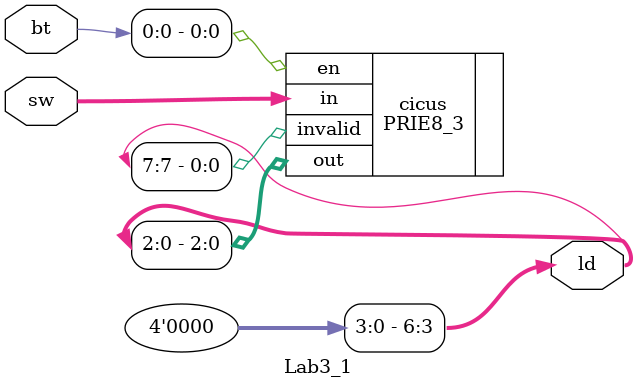
<source format=v>
`timescale 1ns / 1ps

module Lab3_1(
	input  wire [7:0] sw,
	input  wire [3:0] bt,
	output wire [7:0] ld
 );
 
// DEC3_8 kutyus(
//	.in ( sw[2:0] ),
//	.en ( sw[3]),
//	.out( ld )
// );

PRIE8_3 cicus(
	.in(sw),
	.en(bt[0]),
	.out(ld[2:0]),
	.invalid(ld[7])
);

assign ld[6:3] = 4'b0000;


endmodule

</source>
